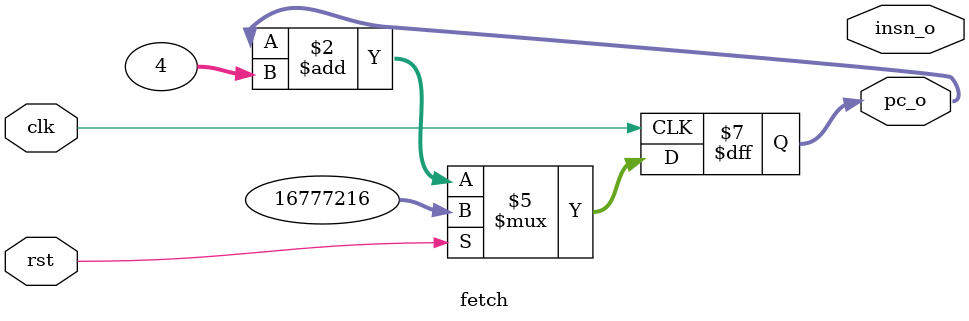
<source format=sv>
/*
 * Module: fetch
 *
 * Description: Fetch stage
 *
 * Inputs:
 * 1) clk
 * 2) rst signal
 *
 * Outputs:
 * 1) AWIDTH wide program counter pc_o
 * 2) DWIDTH wide instruction output insn_o
 */

module fetch #(
    parameter int DWIDTH=32,
    parameter int AWIDTH=32,
    parameter int BASEADDR=32'h01000000
    )(
	// inputs
	input logic clk,
	input logic rst,
  //input logic [DWIDTH - 1:0] insn_i, //instruction input from memory, can we consolidate this
	// outputs	
	output logic [AWIDTH - 1:0] pc_o,
  output logic [DWIDTH - 1:0] insn_o
);
    
    /*
     * Process definitions to be filled by
     * student below...
     */
    initial begin
      pc_o = AWIDTH'(BASEADDR);
    end

    always_ff @(posedge clk) begin
      if(rst) begin                //reset signal is sent, reset program counter, and instruction output to undef.
        pc_o <= AWIDTH'(BASEADDR);
        //insn_o <= 'x;         
      end
      else begin
        pc_o <= pc_o + AWIDTH'(32'd4);//otherwise increment program counter by 4 for next instruction
        //insn_o <= insn_i;       //passing the instruction from memory
      end
    end
endmodule : fetch

</source>
